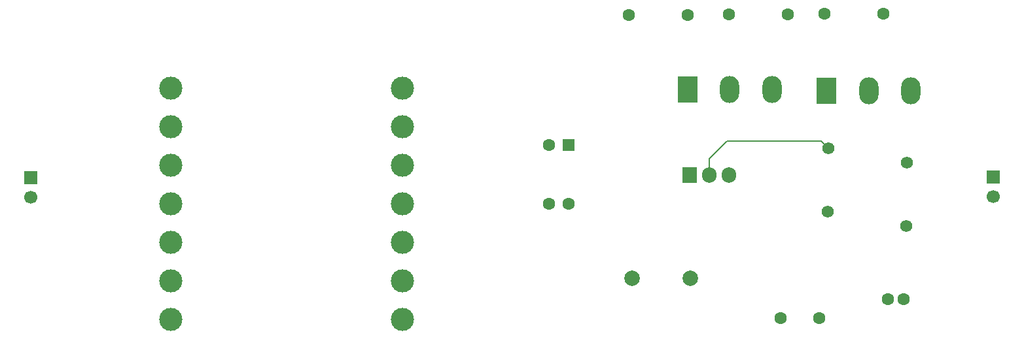
<source format=gbr>
%TF.GenerationSoftware,KiCad,Pcbnew,9.0.2*%
%TF.CreationDate,2025-07-04T12:24:24+05:30*%
%TF.ProjectId,qn1,716e312e-6b69-4636-9164-5f7063625858,rev?*%
%TF.SameCoordinates,Original*%
%TF.FileFunction,Copper,L2,Bot*%
%TF.FilePolarity,Positive*%
%FSLAX46Y46*%
G04 Gerber Fmt 4.6, Leading zero omitted, Abs format (unit mm)*
G04 Created by KiCad (PCBNEW 9.0.2) date 2025-07-04 12:24:24*
%MOMM*%
%LPD*%
G01*
G04 APERTURE LIST*
G04 Aperture macros list*
%AMRoundRect*
0 Rectangle with rounded corners*
0 $1 Rounding radius*
0 $2 $3 $4 $5 $6 $7 $8 $9 X,Y pos of 4 corners*
0 Add a 4 corners polygon primitive as box body*
4,1,4,$2,$3,$4,$5,$6,$7,$8,$9,$2,$3,0*
0 Add four circle primitives for the rounded corners*
1,1,$1+$1,$2,$3*
1,1,$1+$1,$4,$5*
1,1,$1+$1,$6,$7*
1,1,$1+$1,$8,$9*
0 Add four rect primitives between the rounded corners*
20,1,$1+$1,$2,$3,$4,$5,0*
20,1,$1+$1,$4,$5,$6,$7,0*
20,1,$1+$1,$6,$7,$8,$9,0*
20,1,$1+$1,$8,$9,$2,$3,0*%
G04 Aperture macros list end*
%TA.AperFunction,ComponentPad*%
%ADD10C,1.600000*%
%TD*%
%TA.AperFunction,ComponentPad*%
%ADD11C,1.560000*%
%TD*%
%TA.AperFunction,ComponentPad*%
%ADD12R,1.700000X1.700000*%
%TD*%
%TA.AperFunction,ComponentPad*%
%ADD13C,1.700000*%
%TD*%
%TA.AperFunction,ComponentPad*%
%ADD14R,2.500000X3.500000*%
%TD*%
%TA.AperFunction,ComponentPad*%
%ADD15O,2.500000X3.500000*%
%TD*%
%TA.AperFunction,ComponentPad*%
%ADD16RoundRect,0.250000X-0.550000X0.550000X-0.550000X-0.550000X0.550000X-0.550000X0.550000X0.550000X0*%
%TD*%
%TA.AperFunction,ComponentPad*%
%ADD17C,2.000000*%
%TD*%
%TA.AperFunction,ComponentPad*%
%ADD18R,1.905000X2.000000*%
%TD*%
%TA.AperFunction,ComponentPad*%
%ADD19O,1.905000X2.000000*%
%TD*%
%TA.AperFunction,ComponentPad*%
%ADD20C,3.000000*%
%TD*%
%TA.AperFunction,Conductor*%
%ADD21C,0.200000*%
%TD*%
G04 APERTURE END LIST*
D10*
%TO.P,C3,1*%
%TO.N,Net-(Q1-C)*%
X185620000Y-97710000D03*
%TO.P,C3,2*%
%TO.N,GND*%
X187620000Y-97710000D03*
%TD*%
D11*
%TO.P,F2,1*%
%TO.N,Net-(Q1-C)*%
X177810000Y-86340000D03*
%TO.P,F2,2*%
%TO.N,Net-(J1-Pin_1)*%
X188010000Y-88240000D03*
%TD*%
D12*
%TO.P,J1,1,Pin_1*%
%TO.N,Net-(J1-Pin_1)*%
X199270000Y-81920000D03*
D13*
%TO.P,J1,2,Pin_2*%
%TO.N,GND*%
X199270000Y-84460000D03*
%TD*%
D11*
%TO.P,F1,1*%
%TO.N,Net-(U1-VO)*%
X177880000Y-78130000D03*
%TO.P,F1,2*%
%TO.N,Net-(Q1-C)*%
X188080000Y-80030000D03*
%TD*%
D14*
%TO.P,Q2,1,B*%
%TO.N,Net-(Q1-B)*%
X159680000Y-70570000D03*
D15*
%TO.P,Q2,2,C*%
%TO.N,Net-(Q1-C)*%
X165155000Y-70570000D03*
%TO.P,Q2,3,E*%
%TO.N,Net-(Q2-E)*%
X170630000Y-70570000D03*
%TD*%
D10*
%TO.P,R2,1*%
%TO.N,Net-(D1-+)*%
X165060000Y-60770000D03*
%TO.P,R2,2*%
%TO.N,Net-(Q2-E)*%
X172680000Y-60770000D03*
%TD*%
%TO.P,R1,1*%
%TO.N,Net-(D1-+)*%
X152090000Y-60860000D03*
%TO.P,R1,2*%
%TO.N,Net-(Q1-B)*%
X159710000Y-60860000D03*
%TD*%
D16*
%TO.P,D1,1,+*%
%TO.N,Net-(D1-+)*%
X144280000Y-77770000D03*
D10*
%TO.P,D1,2,-*%
%TO.N,GND*%
X141740000Y-77770000D03*
%TO.P,D1,3*%
%TO.N,Net-(T1-SB)*%
X141740000Y-85390000D03*
%TO.P,D1,4*%
%TO.N,Net-(T1-SA)*%
X144280000Y-85390000D03*
%TD*%
D17*
%TO.P,C1,1*%
%TO.N,Net-(D1-+)*%
X152530000Y-94990000D03*
%TO.P,C1,2*%
%TO.N,GND*%
X160030000Y-94990000D03*
%TD*%
D10*
%TO.P,C2,1*%
%TO.N,Net-(Q1-B)*%
X171760000Y-100170000D03*
%TO.P,C2,2*%
%TO.N,GND*%
X176760000Y-100170000D03*
%TD*%
D12*
%TO.P,J2,1,Pin_1*%
%TO.N,Net-(J2-Pin_1)*%
X74730000Y-81945000D03*
D13*
%TO.P,J2,2,Pin_2*%
%TO.N,Net-(J2-Pin_2)*%
X74730000Y-84485000D03*
%TD*%
D10*
%TO.P,R3,1*%
%TO.N,Net-(D1-+)*%
X177390000Y-60750000D03*
%TO.P,R3,2*%
%TO.N,Net-(Q1-E)*%
X185010000Y-60750000D03*
%TD*%
D18*
%TO.P,U1,1,GND*%
%TO.N,GND*%
X159980000Y-81650000D03*
D19*
%TO.P,U1,2,VO*%
%TO.N,Net-(U1-VO)*%
X162520000Y-81650000D03*
%TO.P,U1,3,VI*%
%TO.N,Net-(Q1-B)*%
X165060000Y-81650000D03*
%TD*%
D20*
%TO.P,T1,1,AA*%
%TO.N,Net-(J2-Pin_1)*%
X92830000Y-75330000D03*
%TO.P,T1,2,AB*%
%TO.N,Net-(J2-Pin_2)*%
X92830000Y-85330000D03*
%TO.P,T1,3,SA*%
%TO.N,Net-(T1-SA)*%
X122830000Y-80330000D03*
%TO.P,T1,4,SB*%
%TO.N,Net-(T1-SB)*%
X122830000Y-85330000D03*
%TO.P,T1,5*%
%TO.N,N/C*%
X92830000Y-80330000D03*
%TO.P,T1,6*%
X92830000Y-100330000D03*
%TO.P,T1,7*%
X92830000Y-70330000D03*
%TO.P,T1,8*%
X122830000Y-70330000D03*
%TO.P,T1,9*%
X122830000Y-75330000D03*
%TO.P,T1,10*%
X92830000Y-90330000D03*
%TO.P,T1,11*%
X92830000Y-95330000D03*
%TO.P,T1,12*%
X122830000Y-90330000D03*
%TO.P,T1,13*%
X122830000Y-95330000D03*
%TO.P,T1,14*%
X122830000Y-100330000D03*
%TD*%
D14*
%TO.P,Q1,1,B*%
%TO.N,Net-(Q1-B)*%
X177670000Y-70680000D03*
D15*
%TO.P,Q1,2,C*%
%TO.N,Net-(Q1-C)*%
X183145000Y-70680000D03*
%TO.P,Q1,3,E*%
%TO.N,Net-(Q1-E)*%
X188620000Y-70680000D03*
%TD*%
D21*
%TO.N,Net-(U1-VO)*%
X162520000Y-79480000D02*
X164760000Y-77240000D01*
X176990000Y-77240000D02*
X177880000Y-78130000D01*
X162520000Y-81650000D02*
X162520000Y-79480000D01*
X164760000Y-77240000D02*
X176990000Y-77240000D01*
%TD*%
M02*

</source>
